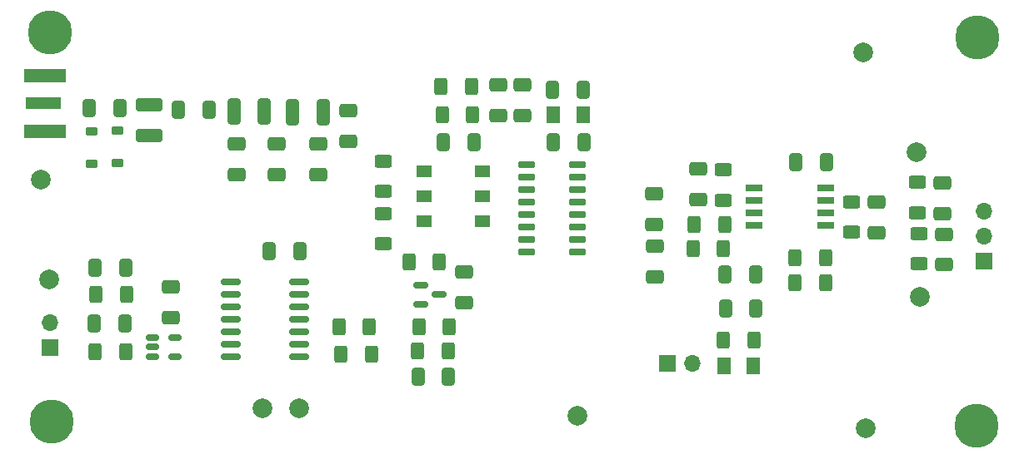
<source format=gts>
%TF.GenerationSoftware,KiCad,Pcbnew,7.0.10-7.0.10~ubuntu22.04.1*%
%TF.CreationDate,2024-03-15T16:54:52-07:00*%
%TF.ProjectId,kiss_sdr_r1,6b697373-5f73-4647-925f-72312e6b6963,rev?*%
%TF.SameCoordinates,Original*%
%TF.FileFunction,Soldermask,Top*%
%TF.FilePolarity,Negative*%
%FSLAX46Y46*%
G04 Gerber Fmt 4.6, Leading zero omitted, Abs format (unit mm)*
G04 Created by KiCad (PCBNEW 7.0.10-7.0.10~ubuntu22.04.1) date 2024-03-15 16:54:52*
%MOMM*%
%LPD*%
G01*
G04 APERTURE LIST*
G04 Aperture macros list*
%AMRoundRect*
0 Rectangle with rounded corners*
0 $1 Rounding radius*
0 $2 $3 $4 $5 $6 $7 $8 $9 X,Y pos of 4 corners*
0 Add a 4 corners polygon primitive as box body*
4,1,4,$2,$3,$4,$5,$6,$7,$8,$9,$2,$3,0*
0 Add four circle primitives for the rounded corners*
1,1,$1+$1,$2,$3*
1,1,$1+$1,$4,$5*
1,1,$1+$1,$6,$7*
1,1,$1+$1,$8,$9*
0 Add four rect primitives between the rounded corners*
20,1,$1+$1,$2,$3,$4,$5,0*
20,1,$1+$1,$4,$5,$6,$7,0*
20,1,$1+$1,$6,$7,$8,$9,0*
20,1,$1+$1,$8,$9,$2,$3,0*%
G04 Aperture macros list end*
%ADD10RoundRect,0.250000X-0.400000X-0.625000X0.400000X-0.625000X0.400000X0.625000X-0.400000X0.625000X0*%
%ADD11RoundRect,0.150000X-0.512500X-0.150000X0.512500X-0.150000X0.512500X0.150000X-0.512500X0.150000X0*%
%ADD12C,2.000000*%
%ADD13R,1.700000X0.650000*%
%ADD14RoundRect,0.250000X0.650000X-0.412500X0.650000X0.412500X-0.650000X0.412500X-0.650000X-0.412500X0*%
%ADD15RoundRect,0.250000X-0.625000X0.400000X-0.625000X-0.400000X0.625000X-0.400000X0.625000X0.400000X0*%
%ADD16RoundRect,0.250000X-0.412500X-0.650000X0.412500X-0.650000X0.412500X0.650000X-0.412500X0.650000X0*%
%ADD17RoundRect,0.225000X-0.375000X0.225000X-0.375000X-0.225000X0.375000X-0.225000X0.375000X0.225000X0*%
%ADD18RoundRect,0.250000X-0.650000X0.412500X-0.650000X-0.412500X0.650000X-0.412500X0.650000X0.412500X0*%
%ADD19RoundRect,0.150000X-0.837500X-0.150000X0.837500X-0.150000X0.837500X0.150000X-0.837500X0.150000X0*%
%ADD20RoundRect,0.250000X0.412500X0.650000X-0.412500X0.650000X-0.412500X-0.650000X0.412500X-0.650000X0*%
%ADD21C,4.500000*%
%ADD22RoundRect,0.250000X0.400000X0.625000X-0.400000X0.625000X-0.400000X-0.625000X0.400000X-0.625000X0*%
%ADD23RoundRect,0.150000X-0.587500X-0.150000X0.587500X-0.150000X0.587500X0.150000X-0.587500X0.150000X0*%
%ADD24RoundRect,0.225000X0.375000X-0.225000X0.375000X0.225000X-0.375000X0.225000X-0.375000X-0.225000X0*%
%ADD25R,1.520000X1.270000*%
%ADD26RoundRect,0.250000X0.625000X-0.400000X0.625000X0.400000X-0.625000X0.400000X-0.625000X-0.400000X0*%
%ADD27RoundRect,0.250000X-0.400000X-1.075000X0.400000X-1.075000X0.400000X1.075000X-0.400000X1.075000X0*%
%ADD28RoundRect,0.150000X-0.725000X-0.150000X0.725000X-0.150000X0.725000X0.150000X-0.725000X0.150000X0*%
%ADD29RoundRect,0.250000X-1.100000X0.412500X-1.100000X-0.412500X1.100000X-0.412500X1.100000X0.412500X0*%
%ADD30RoundRect,0.250001X-0.462499X-0.624999X0.462499X-0.624999X0.462499X0.624999X-0.462499X0.624999X0*%
%ADD31R,1.700000X1.700000*%
%ADD32O,1.700000X1.700000*%
%ADD33R,4.200000X1.350000*%
%ADD34R,3.600000X1.270000*%
G04 APERTURE END LIST*
D10*
%TO.C,R6*%
X149975200Y-101192200D03*
X153075200Y-101192200D03*
%TD*%
D11*
%TO.C,U4*%
X95031900Y-110275200D03*
X95031900Y-111225200D03*
X95031900Y-112175200D03*
X97306900Y-112175200D03*
X97306900Y-110275200D03*
%TD*%
D12*
%TO.C,CLK1*%
X84587000Y-104303700D03*
%TD*%
D13*
%TO.C,U1*%
X156181000Y-94994600D03*
X156181000Y-96264600D03*
X156181000Y-97534600D03*
X156181000Y-98804600D03*
X163481000Y-98804600D03*
X163481000Y-97534600D03*
X163481000Y-96264600D03*
X163481000Y-94994600D03*
%TD*%
D10*
%TO.C,R19*%
X89234600Y-111695100D03*
X92334600Y-111695100D03*
%TD*%
D14*
%TO.C,C2*%
X130189200Y-87667100D03*
X130189200Y-84542100D03*
%TD*%
D15*
%TO.C,R13*%
X172918150Y-99655300D03*
X172918150Y-102755300D03*
%TD*%
D14*
%TO.C,C3*%
X132678400Y-87667100D03*
X132678400Y-84542100D03*
%TD*%
%TO.C,C26*%
X96880600Y-108203000D03*
X96880600Y-105078000D03*
%TD*%
D16*
%TO.C,C21*%
X153264700Y-107288200D03*
X156389700Y-107288200D03*
%TD*%
D17*
%TO.C,D1*%
X88863400Y-89230800D03*
X88863400Y-92530800D03*
%TD*%
D10*
%TO.C,R3*%
X124372000Y-84707600D03*
X127472000Y-84707600D03*
%TD*%
D18*
%TO.C,C16*%
X107684800Y-90561900D03*
X107684800Y-93686900D03*
%TD*%
D19*
%TO.C,U3*%
X103011200Y-104557700D03*
X103011200Y-105827700D03*
X103011200Y-107097700D03*
X103011200Y-108367700D03*
X103011200Y-109637700D03*
X103011200Y-110907700D03*
X103011200Y-112177700D03*
X109936200Y-112177700D03*
X109936200Y-110907700D03*
X109936200Y-109637700D03*
X109936200Y-108367700D03*
X109936200Y-107097700D03*
X109936200Y-105827700D03*
X109936200Y-104557700D03*
%TD*%
D10*
%TO.C,R12*%
X160363800Y-102106600D03*
X163463800Y-102106600D03*
%TD*%
D12*
%TO.C,GND3*%
X138241000Y-118210200D03*
%TD*%
D10*
%TO.C,R14*%
X160363800Y-104672000D03*
X163463800Y-104672000D03*
%TD*%
D20*
%TO.C,C25*%
X163552500Y-92353000D03*
X160427500Y-92353000D03*
%TD*%
D12*
%TO.C,GND2*%
X167273200Y-81253200D03*
%TD*%
D21*
%TO.C,H2*%
X84672400Y-79221200D03*
%TD*%
D22*
%TO.C,R1*%
X127598400Y-87577800D03*
X124498400Y-87577800D03*
%TD*%
D23*
%TO.C,Q1*%
X122294400Y-104941200D03*
X122294400Y-106841200D03*
X124169400Y-105891200D03*
%TD*%
D12*
%TO.C,Q_CLK1*%
X109961600Y-117460900D03*
%TD*%
D24*
%TO.C,D2*%
X91530400Y-92480000D03*
X91530400Y-89180000D03*
%TD*%
D10*
%TO.C,R18*%
X89310800Y-105853100D03*
X92410800Y-105853100D03*
%TD*%
D25*
%TO.C,TR1*%
X122654000Y-93318200D03*
X122654000Y-95858200D03*
X122654000Y-98398200D03*
X128589000Y-98398200D03*
X128554000Y-95858200D03*
X128589000Y-93318200D03*
%TD*%
D20*
%TO.C,C24*%
X110050900Y-101433500D03*
X106925900Y-101433500D03*
%TD*%
%TO.C,C12*%
X100827200Y-87043400D03*
X97702200Y-87043400D03*
%TD*%
D26*
%TO.C,R5*%
X153049200Y-96265200D03*
X153049200Y-93165200D03*
%TD*%
D21*
%TO.C,H3*%
X178906400Y-79729200D03*
%TD*%
D26*
%TO.C,R10*%
X166130200Y-99541800D03*
X166130200Y-96441800D03*
%TD*%
D14*
%TO.C,C9*%
X146115000Y-104075500D03*
X146115000Y-100950500D03*
%TD*%
%TO.C,C14*%
X168670200Y-99579700D03*
X168670200Y-96454700D03*
%TD*%
D16*
%TO.C,C23*%
X89120500Y-108812200D03*
X92245500Y-108812200D03*
%TD*%
D22*
%TO.C,R20*%
X156148600Y-110488600D03*
X153048600Y-110488600D03*
%TD*%
D27*
%TO.C,L2*%
X109309800Y-87298400D03*
X112409800Y-87298400D03*
%TD*%
D21*
%TO.C,H4*%
X84850200Y-118845200D03*
%TD*%
D27*
%TO.C,L1*%
X103315400Y-87222200D03*
X106415400Y-87222200D03*
%TD*%
D10*
%TO.C,R8*%
X150102200Y-98703000D03*
X153202200Y-98703000D03*
%TD*%
D18*
%TO.C,C15*%
X103595400Y-90536500D03*
X103595400Y-93661500D03*
%TD*%
D12*
%TO.C,I_SIG1*%
X172689550Y-91339700D03*
%TD*%
D22*
%TO.C,R11*%
X125211400Y-109167800D03*
X122111400Y-109167800D03*
%TD*%
D10*
%TO.C,R17*%
X114186600Y-111987200D03*
X117286600Y-111987200D03*
%TD*%
D16*
%TO.C,C19*%
X122022700Y-114222400D03*
X125147700Y-114222400D03*
%TD*%
D14*
%TO.C,C4*%
X150483800Y-96226900D03*
X150483800Y-93101900D03*
%TD*%
D12*
%TO.C,GND1*%
X167527200Y-119454800D03*
%TD*%
D10*
%TO.C,R15*%
X122009800Y-111606200D03*
X125109800Y-111606200D03*
%TD*%
D20*
%TO.C,C22*%
X92372500Y-103148000D03*
X89247500Y-103148000D03*
%TD*%
D14*
%TO.C,C13*%
X114923800Y-90245600D03*
X114923800Y-87120600D03*
%TD*%
D26*
%TO.C,R2*%
X118530600Y-95376200D03*
X118530600Y-92276200D03*
%TD*%
D18*
%TO.C,C10*%
X146064200Y-95641900D03*
X146064200Y-98766900D03*
%TD*%
D22*
%TO.C,R9*%
X124220800Y-102538400D03*
X121120800Y-102538400D03*
%TD*%
D28*
%TO.C,U2*%
X133075200Y-92641200D03*
X133075200Y-93911200D03*
X133075200Y-95181200D03*
X133075200Y-96451200D03*
X133075200Y-97721200D03*
X133075200Y-98991200D03*
X133075200Y-100261200D03*
X133075200Y-101531200D03*
X138225200Y-101531200D03*
X138225200Y-100261200D03*
X138225200Y-98991200D03*
X138225200Y-97721200D03*
X138225200Y-96451200D03*
X138225200Y-95181200D03*
X138225200Y-93911200D03*
X138225200Y-92641200D03*
%TD*%
D29*
%TO.C,L3*%
X94692700Y-86547700D03*
X94692700Y-89672700D03*
%TD*%
D30*
%TO.C,FB1*%
X135813700Y-87577800D03*
X138788700Y-87577800D03*
%TD*%
D26*
%TO.C,R7*%
X172740350Y-97548300D03*
X172740350Y-94448300D03*
%TD*%
D20*
%TO.C,C11*%
X91759400Y-86891000D03*
X88634400Y-86891000D03*
%TD*%
D21*
%TO.C,H1*%
X178830200Y-119251600D03*
%TD*%
D31*
%TO.C,J4*%
X147410400Y-112873400D03*
D32*
X149950400Y-112873400D03*
%TD*%
D14*
%TO.C,C8*%
X126760200Y-106717100D03*
X126760200Y-103592100D03*
%TD*%
D18*
%TO.C,C7*%
X175356550Y-94486600D03*
X175356550Y-97611600D03*
%TD*%
D10*
%TO.C,R16*%
X114008800Y-109117000D03*
X117108800Y-109117000D03*
%TD*%
D31*
%TO.C,J2*%
X179516000Y-102436800D03*
D32*
X179516000Y-99896800D03*
X179516000Y-97356800D03*
%TD*%
D12*
%TO.C,sig1*%
X83681800Y-94156400D03*
%TD*%
%TO.C,Q_SIG1*%
X173070550Y-106071700D03*
%TD*%
D26*
%TO.C,R4*%
X118479800Y-100710200D03*
X118479800Y-97610200D03*
%TD*%
D16*
%TO.C,C20*%
X153188500Y-103808400D03*
X156313500Y-103808400D03*
%TD*%
D14*
%TO.C,C18*%
X175458150Y-102844000D03*
X175458150Y-99719000D03*
%TD*%
D30*
%TO.C,D3*%
X153136500Y-113104800D03*
X156111500Y-113104800D03*
%TD*%
D20*
%TO.C,C6*%
X138851400Y-85012400D03*
X135726400Y-85012400D03*
%TD*%
D16*
%TO.C,C5*%
X135764100Y-90346400D03*
X138889100Y-90346400D03*
%TD*%
D31*
%TO.C,J3*%
X84612400Y-111293700D03*
D32*
X84612400Y-108753700D03*
%TD*%
D12*
%TO.C,I_CLK1*%
X106227800Y-117422800D03*
%TD*%
D18*
%TO.C,C17*%
X111926600Y-90561900D03*
X111926600Y-93686900D03*
%TD*%
D20*
%TO.C,C1*%
X127713100Y-90346400D03*
X124588100Y-90346400D03*
%TD*%
D33*
%TO.C,J1*%
X84139000Y-89234400D03*
X84139000Y-83584400D03*
D34*
X83939000Y-86409400D03*
%TD*%
M02*

</source>
